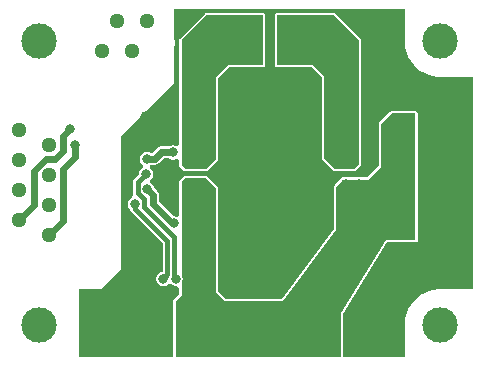
<source format=gbl>
G04*
G04 #@! TF.GenerationSoftware,Altium Limited,Altium Designer,18.1.7 (191)*
G04*
G04 Layer_Physical_Order=2*
G04 Layer_Color=16711680*
%FSLAX24Y24*%
%MOIN*%
G70*
G01*
G75*
%ADD48C,0.0236*%
%ADD51C,0.0157*%
%ADD52C,0.0512*%
%ADD53C,0.1181*%
G04:AMPARAMS|DCode=54|XSize=78.7mil|YSize=78.7mil|CornerRadius=9.8mil|HoleSize=0mil|Usage=FLASHONLY|Rotation=0.000|XOffset=0mil|YOffset=0mil|HoleType=Round|Shape=RoundedRectangle|*
%AMROUNDEDRECTD54*
21,1,0.0787,0.0591,0,0,0.0*
21,1,0.0591,0.0787,0,0,0.0*
1,1,0.0197,0.0295,-0.0295*
1,1,0.0197,-0.0295,-0.0295*
1,1,0.0197,-0.0295,0.0295*
1,1,0.0197,0.0295,0.0295*
%
%ADD54ROUNDEDRECTD54*%
%ADD55C,0.0787*%
%ADD56C,0.0394*%
%ADD57C,0.0315*%
G36*
X8661Y11496D02*
X8661Y9843D01*
X7480D01*
X7087Y9449D01*
Y6693D01*
X6772Y6378D01*
X6063Y6378D01*
X5945Y6496D01*
X5945Y10669D01*
X6772Y11496D01*
X8661Y11496D01*
D02*
G37*
G36*
X13386Y10630D02*
X13388Y10553D01*
X13409Y10400D01*
X13449Y10250D01*
X13508Y10108D01*
X13585Y9974D01*
X13679Y9851D01*
X13788Y9742D01*
X13911Y9648D01*
X14045Y9571D01*
X14187Y9512D01*
X14337Y9472D01*
X14490Y9451D01*
X14567Y9449D01*
X15648Y9449D01*
Y2362D01*
X14567Y2362D01*
X14567Y2362D01*
X14490Y2360D01*
X14336Y2339D01*
X14187Y2299D01*
X14045Y2240D01*
X13911Y2163D01*
X13788Y2069D01*
X13679Y1960D01*
X13585Y1837D01*
X13508Y1703D01*
X13448Y1561D01*
X13409Y1412D01*
X13388Y1258D01*
X13386Y1181D01*
Y100D01*
X11340D01*
Y1552D01*
X12797Y3935D01*
X13022D01*
X13031Y3934D01*
X13622D01*
X13632Y3935D01*
X13740D01*
X13771Y3942D01*
X13797Y3959D01*
X13814Y3985D01*
X13820Y4016D01*
Y8228D01*
X13814Y8259D01*
X13797Y8285D01*
X13771Y8303D01*
X13740Y8309D01*
X13632D01*
X13622Y8311D01*
X13031D01*
X13022Y8309D01*
X12953D01*
X12953Y8309D01*
X12922Y8303D01*
X12896Y8285D01*
X12896Y8285D01*
X12542Y7931D01*
X12524Y7905D01*
X12518Y7874D01*
X12518Y6490D01*
X12132Y6104D01*
X11857D01*
X11850Y6105D01*
X11844Y6104D01*
X11424D01*
X11417Y6105D01*
X11411Y6104D01*
X11339D01*
X11339Y6104D01*
X11308Y6098D01*
X11282Y6080D01*
X11238Y6036D01*
X11221Y6023D01*
X11208Y6006D01*
X11046Y5844D01*
X11028Y5818D01*
X11022Y5787D01*
Y5439D01*
X11021Y5433D01*
X11022Y5427D01*
X11022Y4383D01*
X9290Y2049D01*
X7435Y2049D01*
X7167Y2317D01*
Y5748D01*
X7167Y5748D01*
X7161Y5779D01*
X7143Y5805D01*
X7143Y5805D01*
X6828Y6120D01*
X6828Y6120D01*
X6802Y6137D01*
X6772Y6143D01*
X6621D01*
X6614Y6144D01*
X6608Y6143D01*
X6187Y6143D01*
X6181Y6144D01*
X6175Y6143D01*
X6063D01*
X6063Y6143D01*
X6032Y6137D01*
X6006Y6120D01*
X6006Y6120D01*
X5888Y6002D01*
X5871Y5976D01*
X5865Y5945D01*
Y4834D01*
X5786Y4792D01*
X5709Y4808D01*
X5679Y4802D01*
X5201Y5280D01*
Y5512D01*
X5185Y5589D01*
X5142Y5654D01*
X5025Y5770D01*
X5018Y5809D01*
X4966Y5887D01*
X4899Y5931D01*
X4889Y5984D01*
X4889Y6019D01*
X4930Y6046D01*
X4982Y6124D01*
X5001Y6217D01*
X4982Y6309D01*
X4930Y6387D01*
X4888Y6415D01*
X4885Y6444D01*
X4895Y6505D01*
X4912Y6516D01*
X5063D01*
X5140Y6531D01*
X5205Y6575D01*
X5359Y6728D01*
X5544D01*
X5577Y6707D01*
X5669Y6688D01*
X5761Y6707D01*
X5786Y6723D01*
X5865Y6681D01*
Y6496D01*
X5865Y6496D01*
X5871Y6465D01*
X5888Y6439D01*
X5888Y6439D01*
X6006Y6321D01*
X6032Y6304D01*
X6063Y6298D01*
X6175D01*
X6181Y6297D01*
X6187Y6298D01*
X6608Y6298D01*
X6614Y6297D01*
X6621Y6298D01*
X6772D01*
X6772Y6298D01*
X6802Y6304D01*
X6828Y6321D01*
X6828Y6321D01*
X7143Y6636D01*
X7161Y6662D01*
X7167Y6693D01*
Y9416D01*
X7514Y9762D01*
X8661D01*
X8692Y9768D01*
X8718Y9786D01*
X8736Y9812D01*
X8742Y9843D01*
X8742Y11496D01*
X8736Y11527D01*
X8718Y11553D01*
X8692Y11570D01*
X8661Y11576D01*
X6772Y11576D01*
X6772Y11576D01*
X6741Y11570D01*
X6715Y11553D01*
X6715Y11553D01*
X5888Y10726D01*
X5871Y10700D01*
X5865Y10669D01*
X5865Y7177D01*
X5786Y7135D01*
X5761Y7152D01*
X5669Y7170D01*
X5577Y7152D01*
X5544Y7130D01*
X5276D01*
X5199Y7115D01*
X5134Y7071D01*
X4980Y6917D01*
X4912D01*
X4880Y6939D01*
X4787Y6957D01*
X4695Y6939D01*
X4617Y6887D01*
X4565Y6809D01*
X4547Y6717D01*
X4565Y6624D01*
X4617Y6546D01*
X4660Y6518D01*
X4663Y6489D01*
X4652Y6428D01*
X4590Y6387D01*
X4537Y6309D01*
X4519Y6217D01*
X4521Y6205D01*
X4367Y6051D01*
X4332Y5998D01*
X4320Y5937D01*
X4320Y5937D01*
Y5586D01*
X4320Y5586D01*
X4332Y5525D01*
X4298Y5439D01*
X4219Y5387D01*
X4167Y5309D01*
X4149Y5217D01*
X4167Y5124D01*
X4219Y5046D01*
X4234Y5037D01*
X4241Y4998D01*
X4276Y4946D01*
X5312Y3910D01*
Y2949D01*
X5306Y2940D01*
X5246Y2928D01*
X5168Y2876D01*
X5115Y2798D01*
X5097Y2706D01*
X5115Y2614D01*
X5168Y2535D01*
X5246Y2483D01*
X5338Y2465D01*
X5430Y2483D01*
X5496Y2527D01*
X5528Y2535D01*
X5600Y2531D01*
X5656Y2494D01*
X5748Y2476D01*
X5786Y2483D01*
X5865Y2423D01*
Y2199D01*
X5691Y2025D01*
X5674Y1999D01*
X5668Y1969D01*
Y1632D01*
X5669Y1627D01*
X5668Y1622D01*
X5669Y1614D01*
X5668Y1607D01*
X5669Y1601D01*
X5668Y1596D01*
Y100D01*
X2520D01*
Y2362D01*
X3268D01*
X3937Y3031D01*
Y7480D01*
X5709Y9252D01*
Y10469D01*
X5719Y10493D01*
X5732Y10591D01*
X5719Y10688D01*
X5709Y10712D01*
Y11711D01*
X13386D01*
Y10630D01*
D02*
G37*
G36*
X13740Y4016D02*
X12752D01*
X11260Y1575D01*
Y100D01*
X5748D01*
Y1596D01*
X5750Y1614D01*
X5748Y1632D01*
Y1969D01*
X5945Y2165D01*
Y2586D01*
X5971Y2624D01*
X5989Y2717D01*
X5971Y2809D01*
X5945Y2847D01*
X5945Y4544D01*
X5950Y4567D01*
X5945Y4590D01*
Y5945D01*
X6063Y6063D01*
X6772Y6063D01*
X7087Y5748D01*
Y2283D01*
X7402Y1969D01*
X9331Y1969D01*
X11102Y4356D01*
X11102Y5787D01*
X11339Y6024D01*
X12165D01*
X12598Y6457D01*
X12598Y7874D01*
X12953Y8228D01*
X13740Y8228D01*
Y4016D01*
D02*
G37*
%LPC*%
G36*
X9134Y11576D02*
X9103Y11570D01*
X9077Y11553D01*
X9060Y11527D01*
X9054Y11496D01*
X9054Y9843D01*
X9060Y9812D01*
X9077Y9786D01*
X9103Y9768D01*
X9134Y9762D01*
X10282D01*
X10628Y9416D01*
Y6732D01*
X10628Y6732D01*
X10634Y6702D01*
X10652Y6676D01*
X11006Y6321D01*
X11032Y6304D01*
X11063Y6298D01*
X11175D01*
X11181Y6297D01*
X11187Y6298D01*
X11608D01*
X11614Y6297D01*
X11621Y6298D01*
X11693D01*
X11724Y6304D01*
X11750Y6321D01*
X11794Y6365D01*
X11811Y6378D01*
X11824Y6395D01*
X11907Y6479D01*
X11907Y6479D01*
X11925Y6505D01*
X11931Y6535D01*
Y10669D01*
X11931Y10669D01*
X11925Y10700D01*
X11907Y10726D01*
X11080Y11553D01*
X11054Y11570D01*
X11024Y11576D01*
X9134Y11576D01*
D02*
G37*
%LPD*%
G36*
X11024Y11496D02*
X11850Y10669D01*
Y6535D01*
X11693Y6378D01*
X11063D01*
X10709Y6732D01*
Y9449D01*
X10315Y9843D01*
X9134D01*
X9134Y11496D01*
X11024Y11496D01*
D02*
G37*
D48*
X5630Y4567D02*
X5709D01*
X5000Y5197D02*
X5630Y4567D01*
X5000Y5197D02*
Y5512D01*
X1535Y4173D02*
X2008Y4646D01*
Y6378D01*
X2402Y6772D01*
Y7177D01*
X535Y4673D02*
X1024Y5161D01*
Y6302D01*
X1442Y6720D01*
X1723D01*
X1988Y6986D01*
Y7461D01*
X2244Y7717D01*
X4787Y6717D02*
X5063D01*
X5276Y6929D01*
X5571D01*
X4795Y5717D02*
X5000Y5512D01*
D51*
X4480Y5586D02*
Y5937D01*
X4760Y6217D01*
X4705Y5098D02*
Y5362D01*
X4480Y5586D02*
X4705Y5362D01*
X4390Y5059D02*
Y5217D01*
Y5059D02*
X5472Y3976D01*
X5338Y2706D02*
X5344D01*
X5433Y2795D01*
Y2847D01*
X5472Y2886D01*
Y3976D01*
X5692Y2772D02*
X5748Y2717D01*
X5692Y2772D02*
Y2772D01*
X5709Y2789D02*
Y4094D01*
X4705Y5098D02*
X5709Y4094D01*
X5692Y2772D02*
X5709Y2789D01*
D52*
X3303Y10299D02*
D03*
X3803Y11299D02*
D03*
X4303Y10299D02*
D03*
X4803Y11299D02*
D03*
X1535Y4173D02*
D03*
X535Y4673D02*
D03*
X1535Y5173D02*
D03*
X535Y5673D02*
D03*
X1535Y6173D02*
D03*
X535Y6673D02*
D03*
X1535Y7173D02*
D03*
X535Y7673D02*
D03*
D53*
X1181Y10630D02*
D03*
X14567D02*
D03*
Y1181D02*
D03*
X1181D02*
D03*
D54*
X13327Y7835D02*
D03*
Y4409D02*
D03*
D55*
X14705Y7835D02*
D03*
Y4409D02*
D03*
D56*
X12992Y11417D02*
D03*
X11811D02*
D03*
X6024D02*
D03*
X8898Y6181D02*
D03*
X13150Y354D02*
D03*
X12638D02*
D03*
X12126D02*
D03*
X11614D02*
D03*
X13150Y827D02*
D03*
X12638D02*
D03*
X12126D02*
D03*
X11614D02*
D03*
X13150Y1299D02*
D03*
X12638D02*
D03*
X12126D02*
D03*
X11614D02*
D03*
X11732Y5433D02*
D03*
X11299D02*
D03*
X11417Y5827D02*
D03*
X11850D02*
D03*
X7087Y1654D02*
D03*
X6575D02*
D03*
X6063D02*
D03*
X11063Y6969D02*
D03*
X11181Y6575D02*
D03*
X11614D02*
D03*
X11496Y6969D02*
D03*
X10709Y10157D02*
D03*
X6181Y6575D02*
D03*
X6063Y394D02*
D03*
X5472Y1614D02*
D03*
X5000D02*
D03*
X3189Y394D02*
D03*
X2717D02*
D03*
X8898Y5394D02*
D03*
Y4606D02*
D03*
Y3819D02*
D03*
Y6969D02*
D03*
Y7756D02*
D03*
Y8543D02*
D03*
X8110Y6181D02*
D03*
X9685D02*
D03*
X8110Y6969D02*
D03*
Y7756D02*
D03*
Y8543D02*
D03*
X9685Y6969D02*
D03*
Y7756D02*
D03*
Y8543D02*
D03*
X8110Y5394D02*
D03*
Y4606D02*
D03*
Y3819D02*
D03*
X9685D02*
D03*
Y4606D02*
D03*
Y5394D02*
D03*
X8504Y4213D02*
D03*
X9291D02*
D03*
X10079D02*
D03*
X7717D02*
D03*
Y5000D02*
D03*
X8504D02*
D03*
X9291D02*
D03*
X10079D02*
D03*
X7717Y5787D02*
D03*
X8504D02*
D03*
X9291D02*
D03*
X10079D02*
D03*
X7717Y6575D02*
D03*
X8504D02*
D03*
X9291D02*
D03*
X10079D02*
D03*
X7717Y7362D02*
D03*
X8504D02*
D03*
X9291D02*
D03*
X10079D02*
D03*
X7717Y8150D02*
D03*
X8504D02*
D03*
X9291D02*
D03*
X10079D02*
D03*
X4646Y3740D02*
D03*
X5000Y3150D02*
D03*
X4764Y8110D02*
D03*
X5630Y8701D02*
D03*
X5394Y5413D02*
D03*
X5472Y6535D02*
D03*
X11614Y2913D02*
D03*
X6181Y5866D02*
D03*
X6732Y6969D02*
D03*
X6614Y6575D02*
D03*
X6299Y6969D02*
D03*
X6614Y5866D02*
D03*
X15354Y2756D02*
D03*
X13543Y2795D02*
D03*
X15354Y5906D02*
D03*
Y9055D02*
D03*
X13386Y9449D02*
D03*
X12205D02*
D03*
Y8268D02*
D03*
X14173Y5906D02*
D03*
X6575Y1024D02*
D03*
X7087D02*
D03*
X6063D02*
D03*
X7087Y394D02*
D03*
X6575D02*
D03*
X13189Y1850D02*
D03*
X13583Y2244D02*
D03*
X13150Y2402D02*
D03*
X10709Y10669D02*
D03*
X10079Y10157D02*
D03*
X9449Y11181D02*
D03*
Y10669D02*
D03*
Y10157D02*
D03*
X10079Y11181D02*
D03*
X10709D02*
D03*
X10079Y10669D02*
D03*
X7717Y11181D02*
D03*
Y10157D02*
D03*
X7087Y10669D02*
D03*
X7087Y10157D02*
D03*
Y11181D02*
D03*
X8346Y10157D02*
D03*
Y11181D02*
D03*
Y10669D02*
D03*
X7717D02*
D03*
D57*
X4787Y6717D02*
D03*
X2402Y7177D02*
D03*
X2244Y7717D02*
D03*
X4760Y6217D02*
D03*
X5669Y6929D02*
D03*
X5709Y4567D02*
D03*
X4795Y5717D02*
D03*
X4390Y5217D02*
D03*
X5338Y2706D02*
D03*
X5748Y2717D02*
D03*
M02*

</source>
